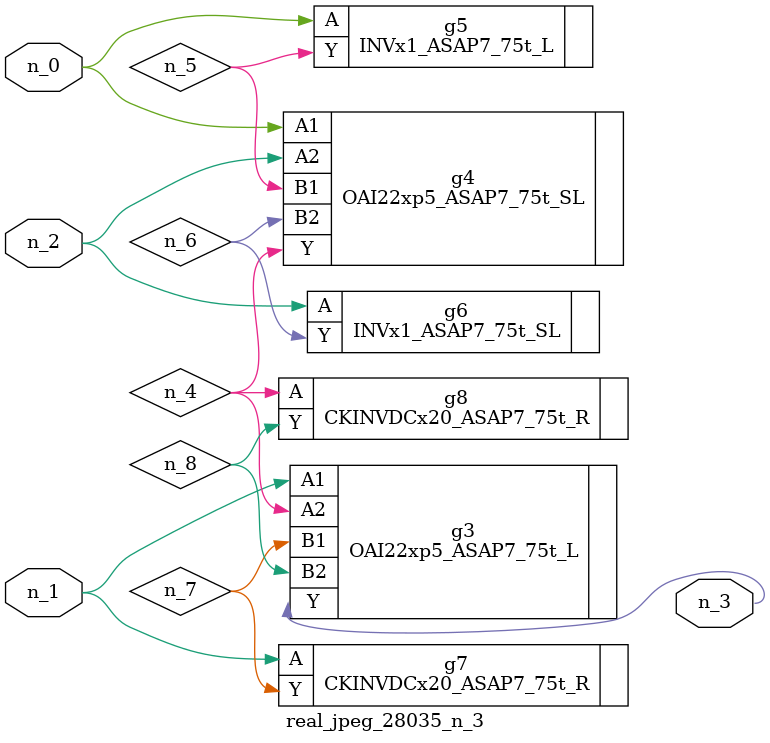
<source format=v>
module real_jpeg_28035_n_3 (n_1, n_0, n_2, n_3);

input n_1;
input n_0;
input n_2;

output n_3;

wire n_5;
wire n_4;
wire n_8;
wire n_6;
wire n_7;

OAI22xp5_ASAP7_75t_SL g4 ( 
.A1(n_0),
.A2(n_2),
.B1(n_5),
.B2(n_6),
.Y(n_4)
);

INVx1_ASAP7_75t_L g5 ( 
.A(n_0),
.Y(n_5)
);

OAI22xp5_ASAP7_75t_L g3 ( 
.A1(n_1),
.A2(n_4),
.B1(n_7),
.B2(n_8),
.Y(n_3)
);

CKINVDCx20_ASAP7_75t_R g7 ( 
.A(n_1),
.Y(n_7)
);

INVx1_ASAP7_75t_SL g6 ( 
.A(n_2),
.Y(n_6)
);

CKINVDCx20_ASAP7_75t_R g8 ( 
.A(n_4),
.Y(n_8)
);


endmodule
</source>
